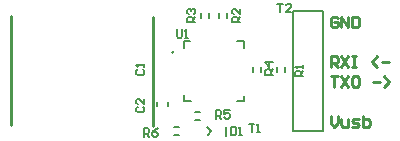
<source format=gto>
G04*
G04 #@! TF.GenerationSoftware,Altium Limited,Altium Designer,21.6.1 (37)*
G04*
G04 Layer_Color=65535*
%FSLAX44Y44*%
%MOMM*%
G71*
G04*
G04 #@! TF.SameCoordinates,433EC3A0-72F9-41F9-BABD-52A87CDF1033*
G04*
G04*
G04 #@! TF.FilePolarity,Positive*
G04*
G01*
G75*
%ADD10C,0.2000*%
%ADD11C,0.2540*%
%ADD12C,0.1270*%
%ADD13C,0.2500*%
%ADD14C,0.1700*%
D10*
X818090Y448850D02*
G03*
X818090Y448850I-700J0D01*
G01*
X905820Y432340D02*
Y436340D01*
X912820Y432340D02*
Y436340D01*
X892500Y432340D02*
Y436340D01*
X885500Y432340D02*
Y436340D01*
X846735Y385645D02*
X850110Y382270D01*
X846860Y379020D02*
X850110Y382270D01*
X862860Y377770D02*
Y386020D01*
X836200Y398470D02*
X840200D01*
X836200Y391470D02*
X840200D01*
X818420Y385770D02*
X822420D01*
X818420Y378770D02*
X822420D01*
X848050Y478060D02*
Y482060D01*
X841050Y478060D02*
Y482060D01*
X863290Y478060D02*
Y482060D01*
X856290Y478060D02*
Y482060D01*
X919480Y483870D02*
X944880D01*
Y382270D02*
Y483870D01*
X919480Y382270D02*
Y483870D01*
Y382270D02*
X944880D01*
D11*
X800624Y386762D02*
Y478710D01*
X680486Y387368D02*
Y479316D01*
D12*
X826670Y407570D02*
X832670D01*
X826670D02*
Y413070D01*
X872170Y407570D02*
X877670D01*
Y412070D01*
Y452570D02*
Y458570D01*
X872170D02*
X877670D01*
X826670Y452570D02*
Y458570D01*
X832170D01*
X804490Y403630D02*
Y406630D01*
X813490Y403630D02*
Y406630D01*
D13*
X957188Y477520D02*
X955688Y479019D01*
X952690D01*
X951190Y477520D01*
Y471522D01*
X952690Y470022D01*
X955688D01*
X957188Y471522D01*
Y474521D01*
X954189D01*
X960187Y470022D02*
Y479019D01*
X966185Y470022D01*
Y479019D01*
X969184D02*
Y470022D01*
X973683D01*
X975182Y471522D01*
Y477520D01*
X973683Y479019D01*
X969184D01*
X951190Y436429D02*
Y445426D01*
X955688D01*
X957188Y443927D01*
Y440928D01*
X955688Y439428D01*
X951190D01*
X954189D02*
X957188Y436429D01*
X960187Y445426D02*
X966185Y436429D01*
Y445426D02*
X960187Y436429D01*
X969184Y445426D02*
X972183D01*
X970684D01*
Y436429D01*
X969184D01*
X972183D01*
X990177D02*
X985679Y440928D01*
X990177Y445426D01*
X994676Y440928D02*
X1000674D01*
X951190Y428630D02*
X957188D01*
X954189D01*
Y419633D01*
X960187Y428630D02*
X966185Y419633D01*
Y428630D02*
X960187Y419633D01*
X973683Y428630D02*
X970684D01*
X969184Y427130D01*
Y421132D01*
X970684Y419633D01*
X973683D01*
X975182Y421132D01*
Y427130D01*
X973683Y428630D01*
X987178Y424131D02*
X993176D01*
X996175Y419633D02*
X1000674Y424131D01*
X996175Y428630D01*
X951190Y395037D02*
Y389039D01*
X954189Y386040D01*
X957188Y389039D01*
Y395037D01*
X960187Y392038D02*
Y387539D01*
X961687Y386040D01*
X966185D01*
Y392038D01*
X969184Y386040D02*
X973683D01*
X975182Y387539D01*
X973683Y389039D01*
X970684D01*
X969184Y390538D01*
X970684Y392038D01*
X975182D01*
X978181Y395037D02*
Y386040D01*
X982680D01*
X984179Y387539D01*
Y389039D01*
Y390538D01*
X982680Y392038D01*
X978181D01*
D14*
X928059Y428405D02*
X921061D01*
Y431904D01*
X922227Y433070D01*
X924560D01*
X925726Y431904D01*
Y428405D01*
Y430737D02*
X928059Y433070D01*
Y435403D02*
Y437735D01*
Y436569D01*
X921061D01*
X922227Y435403D01*
X902659Y429779D02*
X895661D01*
Y433277D01*
X896827Y434444D01*
X899160D01*
X900326Y433277D01*
Y429779D01*
Y432111D02*
X902659Y434444D01*
Y440275D02*
X895661D01*
X899160Y436776D01*
Y441441D01*
X866555Y385769D02*
Y378771D01*
X870054D01*
X871220Y379937D01*
Y384603D01*
X870054Y385769D01*
X866555D01*
X873553Y378771D02*
X875885D01*
X874719D01*
Y385769D01*
X873553Y384603D01*
X853959Y392741D02*
Y399739D01*
X857457D01*
X858624Y398573D01*
Y396240D01*
X857457Y395074D01*
X853959D01*
X856291D02*
X858624Y392741D01*
X865621Y399739D02*
X860956D01*
Y396240D01*
X863289Y397406D01*
X864455D01*
X865621Y396240D01*
Y393907D01*
X864455Y392741D01*
X862123D01*
X860956Y393907D01*
X836619Y474229D02*
X829621D01*
Y477727D01*
X830787Y478894D01*
X833120D01*
X834286Y477727D01*
Y474229D01*
Y476561D02*
X836619Y478894D01*
X830787Y481226D02*
X829621Y482393D01*
Y484725D01*
X830787Y485891D01*
X831954D01*
X833120Y484725D01*
Y483559D01*
Y484725D01*
X834286Y485891D01*
X835452D01*
X836619Y484725D01*
Y482393D01*
X835452Y481226D01*
X874719Y474229D02*
X867721D01*
Y477727D01*
X868887Y478894D01*
X871220D01*
X872386Y477727D01*
Y474229D01*
Y476561D02*
X874719Y478894D01*
Y485891D02*
Y481226D01*
X870054Y485891D01*
X868887D01*
X867721Y484725D01*
Y482393D01*
X868887Y481226D01*
X792999Y377501D02*
Y384499D01*
X796497D01*
X797664Y383333D01*
Y381000D01*
X796497Y379834D01*
X792999D01*
X795331D02*
X797664Y377501D01*
X804661Y384499D02*
X802329Y383333D01*
X799996Y381000D01*
Y378667D01*
X801163Y377501D01*
X803495D01*
X804661Y378667D01*
Y379834D01*
X803495Y381000D01*
X799996D01*
X787607Y402694D02*
X786441Y401527D01*
Y399195D01*
X787607Y398028D01*
X792272D01*
X793439Y399195D01*
Y401527D01*
X792272Y402694D01*
X793439Y409692D02*
Y405026D01*
X788774Y409692D01*
X787607D01*
X786441Y408525D01*
Y406193D01*
X787607Y405026D01*
X787607Y434340D02*
X786441Y433174D01*
Y430841D01*
X787607Y429675D01*
X792273D01*
X793439Y430841D01*
Y433174D01*
X792273Y434340D01*
X793439Y436673D02*
Y439005D01*
Y437839D01*
X786441D01*
X787607Y436673D01*
X820835Y468319D02*
Y462487D01*
X822001Y461321D01*
X824334D01*
X825500Y462487D01*
Y468319D01*
X827833Y461321D02*
X830165D01*
X828999D01*
Y468319D01*
X827833Y467153D01*
X906029Y489909D02*
X910694D01*
X908361D01*
Y482911D01*
X917691D02*
X913026D01*
X917691Y487576D01*
Y488743D01*
X916525Y489909D01*
X914193D01*
X913026Y488743D01*
X881795Y388309D02*
X886460D01*
X884127D01*
Y381311D01*
X888793D02*
X891125D01*
X889959D01*
Y388309D01*
X888793Y387143D01*
M02*

</source>
